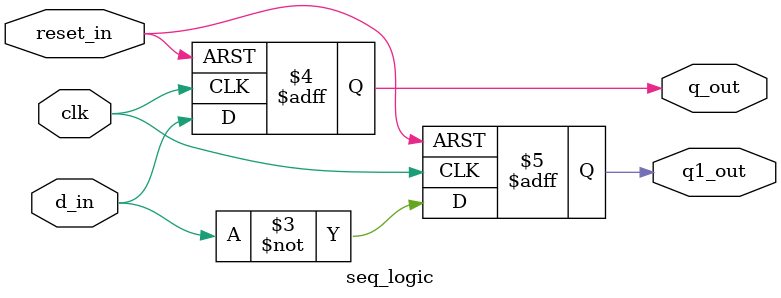
<source format=v>
`timescale 1ns / 1ps


module seq_logic(
    input d_in,
    input clk,
    input reset_in,
    output reg q_out,
    output reg q1_out
    );
    
    always@(posedge clk, negedge reset_in)
    begin   
        if(!reset_in)
        begin
            q_out <= 0;
            q1_out <= 0;
        end
        else
        begin
            q_out <= d_in;
            q1_out <= ~d_in;
        end
     end      
endmodule

</source>
